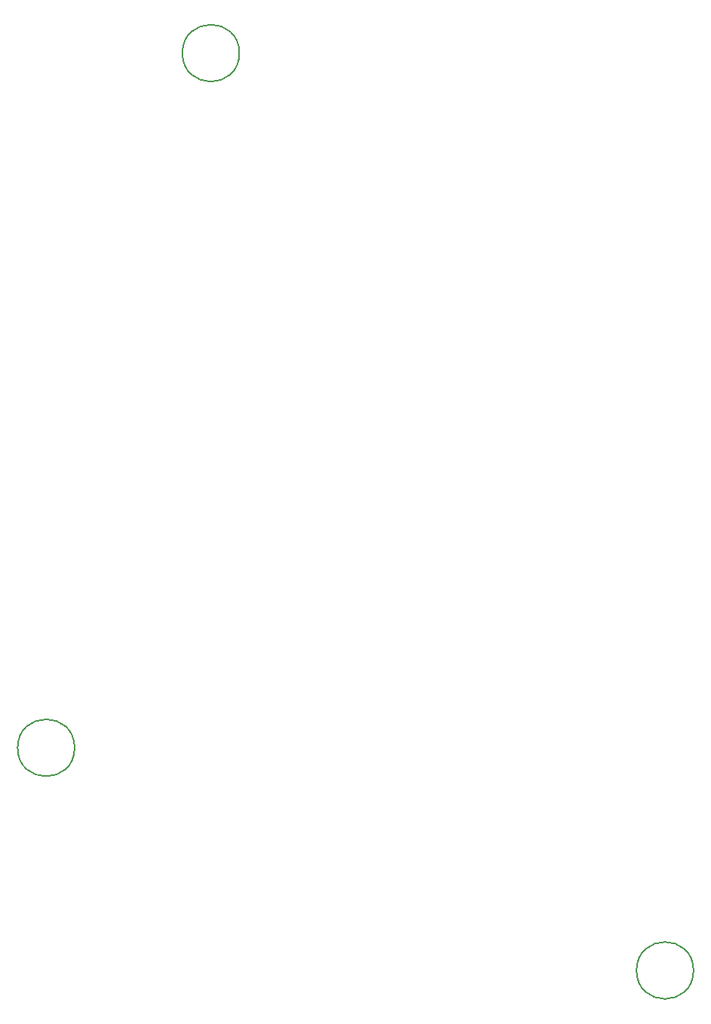
<source format=gbr>
G04 #@! TF.GenerationSoftware,KiCad,Pcbnew,6.0.1-79c1e3a40b~116~ubuntu20.04.1*
G04 #@! TF.CreationDate,2022-01-29T17:03:37-05:00*
G04 #@! TF.ProjectId,herovco_front,6865726f-7663-46f5-9f66-726f6e742e6b,rev?*
G04 #@! TF.SameCoordinates,Original*
G04 #@! TF.FileFunction,Other,Comment*
%FSLAX46Y46*%
G04 Gerber Fmt 4.6, Leading zero omitted, Abs format (unit mm)*
G04 Created by KiCad (PCBNEW 6.0.1-79c1e3a40b~116~ubuntu20.04.1) date 2022-01-29 17:03:37*
%MOMM*%
%LPD*%
G01*
G04 APERTURE LIST*
%ADD10C,0.150000*%
G04 APERTURE END LIST*
D10*
G04 #@! TO.C,H2*
X143500000Y-57500000D02*
G75*
G03*
X143500000Y-57500000I-3200000J0D01*
G01*
G04 #@! TO.C,H1*
X125000000Y-135500000D02*
G75*
G03*
X125000000Y-135500000I-3200000J0D01*
G01*
G04 #@! TO.C,H3*
X194500000Y-160500000D02*
G75*
G03*
X194500000Y-160500000I-3200000J0D01*
G01*
G04 #@! TD*
M02*

</source>
